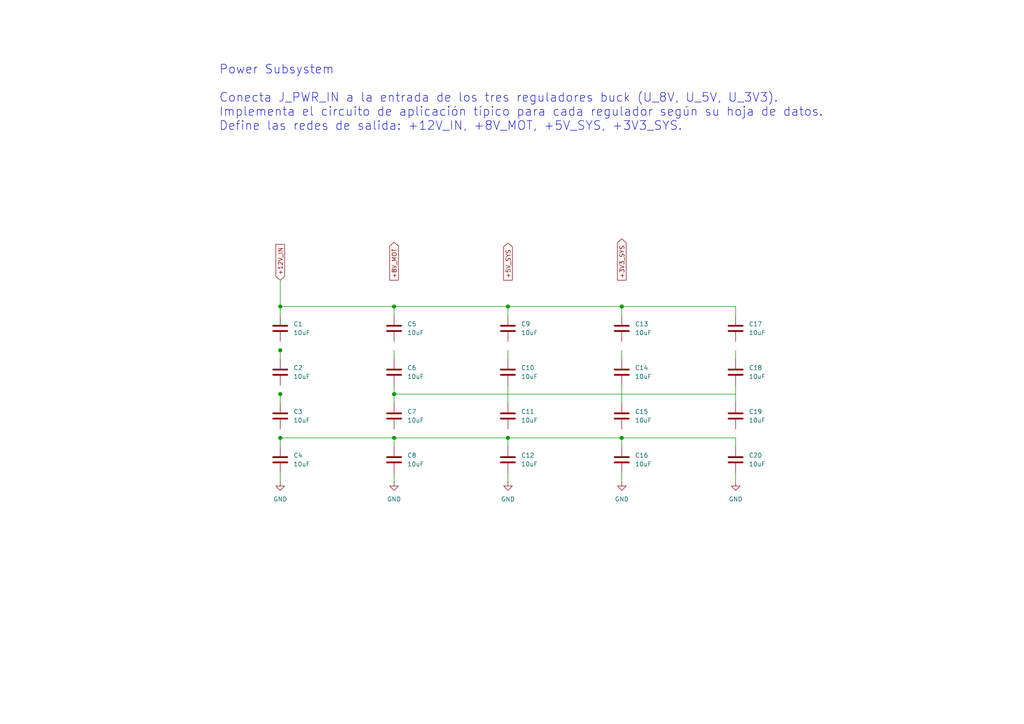
<source format=kicad_sch>
(kicad_sch (version 20230121) (generator eeschema)
  (paper "A4")
  (title_block (title "CM4 Robotics Controller - Power Subsystem") (date "2025-07-03") (rev "v1.0"))
  (lib_symbols
    (symbol "Device:C" (pin_numbers hide) (pin_names (offset 0.254))
      (property "Reference" "C" (at 0.635 2.54 0))
      (property "Value" "C" (at 0.635 -2.54 0))
      (symbol "C_0_1"
        (polyline (pts (xy -2.032 -0.762) (xy 2.032 -0.762)) (stroke (width 0.508)))
        (polyline (pts (xy -2.032 0.762) (xy 2.032 0.762)) (stroke (width 0.508)))
      )
      (symbol "C_1_1"
        (pin passive line (at 0 3.81 270) (length 2.794) (name "~") (number "1"))
        (pin passive line (at 0 -3.81 90) (length 2.794) (name "~") (number "2"))
      )
    )
    (symbol "Device:L" (pin_numbers hide) (pin_names (offset 1.016) hide)
      (property "Reference" "L" (at -1.27 0 90))
      (property "Value" "L" (at 1.905 0 90))
      (symbol "L_0_1"
        (arc (start 0 -2.54) (mid 0.635 -1.905) (end 0 -1.27))
        (arc (start 0 -1.27) (mid 0.635 -0.635) (end 0 0))
        (arc (start 0 0) (mid 0.635 0.635) (end 0 1.27))
        (arc (start 0 1.27) (mid 0.635 1.905) (end 0 2.54))
      )
      (symbol "L_1_1"
        (pin passive line (at 0 3.81 270) (length 1.27) (name "1") (number "1"))
        (pin passive line (at 0 -3.81 90) (length 1.27) (name "2") (number "2"))
      )
    )
    (symbol "Device:R" (pin_numbers hide) (pin_names (offset 0))
      (property "Reference" "R" (at 2.032 0 90))
      (property "Value" "R" (at 0 0 90))
      (symbol "R_0_1"
        (rectangle (start -1.016 -2.54) (end 1.016 2.54) (stroke (width 0.254)))
      )
      (symbol "R_1_1"
        (pin passive line (at 0 3.81 270) (length 1.27) (name "~") (number "1"))
        (pin passive line (at 0 -3.81 90) (length 1.27) (name "~") (number "2"))
      )
    )
    (symbol "Regulator_Switching:XL4015E1"
      (property "Reference" "U" (at -7.62 6.35 0))
      (property "Value" "XL4015E1" (at 3.81 6.35 0))
      (symbol "XL4015E1_0_1"
        (rectangle (start -7.62 5.08) (end 7.62 -5.08) (stroke (width 0.254)) (fill (type background)))
      )
      (symbol "XL4015E1_1_1"
        (pin input line (at -10.16 2.54 0) (length 2.54) (name "FB") (number "1"))
        (pin power_in line (at 0 -7.62 90) (length 2.54) (name "GND") (number "2"))
        (pin power_in line (at -10.16 0 0) (length 2.54) (name "VIN") (number "3"))
        (pin output line (at 10.16 0 180) (length 2.54) (name "SW") (number "4"))
        (pin input line (at -10.16 -2.54 0) (length 2.54) (name "VC") (number "5"))
      )
    )
    (symbol "Regulator_Switching:AP63357"
      (property "Reference" "U" (at -7.62 6.35 0))
      (property "Value" "AP63357" (at 3.81 6.35 0))
      (symbol "AP63357_0_1"
        (rectangle (start -7.62 5.08) (end 7.62 -5.08) (stroke (width 0.254)) (fill (type background)))
      )
      (symbol "AP63357_1_1"
        (pin input line (at -10.16 2.54 0) (length 2.54) (name "FB") (number "1"))
        (pin power_in line (at 0 -7.62 90) (length 2.54) (name "GND") (number "2"))
        (pin input line (at -10.16 0 0) (length 2.54) (name "EN") (number "3"))
        (pin power_in line (at -10.16 -2.54 0) (length 2.54) (name "VIN") (number "4"))
        (pin output line (at 10.16 -2.54 180) (length 2.54) (name "BST") (number "5"))
        (pin output line (at 10.16 0 180) (length 2.54) (name "SW") (number "6"))
      )
    )
    (symbol "Regulator_Switching:AP63203"
      (property "Reference" "U" (at -7.62 6.35 0))
      (property "Value" "AP63203" (at 3.81 6.35 0))
      (symbol "AP63203_0_1"
        (rectangle (start -7.62 5.08) (end 7.62 -5.08) (stroke (width 0.254)) (fill (type background)))
      )
      (symbol "AP63203_1_1"
        (pin power_in line (at -10.16 2.54 0) (length 2.54) (name "VIN") (number "1"))
        (pin power_in line (at 0 -7.62 90) (length 2.54) (name "GND") (number "2"))
        (pin input line (at -10.16 0 0) (length 2.54) (name "EN") (number "3"))
        (pin output line (at 10.16 -2.54 180) (length 2.54) (name "BST") (number "4"))
        (pin output line (at 10.16 0 180) (length 2.54) (name "SW") (number "5"))
        (pin output line (at 10.16 2.54 180) (length 2.54) (name "VOUT") (number "6"))
      )
    )
    (symbol "Connector:Barrel_Jack" (pin_names (offset 1.016))
      (property "Reference" "J" (at 0 5.08 0))
      (property "Value" "Barrel_Jack" (at 0 -5.08 0))
      (symbol "Barrel_Jack_0_1"
        (rectangle (start -5.08 3.81) (end 5.08 -3.81) (stroke (width 0.254)) (fill (type background)))
        (arc (start -3.302 3.175) (mid -3.9343 2.54) (end -3.302 1.905) (stroke (width 0.254)))
        (arc (start -3.302 3.175) (mid -3.9343 2.54) (end -3.302 1.905) (stroke (width 0.254)) (fill (type outline)))
        (polyline (pts (xy -3.81 -2.54) (xy -2.54 -2.54)) (stroke (width 0.254)))
        (polyline (pts (xy 0 -2.54) (xy 0 -1.27) (xy 3.81 -1.27) (xy 3.81 -2.54)) (stroke (width 0.254)))
        (polyline (pts (xy 0 0) (xy 0 -1.27)) (stroke (width 0.254)))
        (polyline (pts (xy -3.81 2.54) (xy -2.54 2.54) (xy -1.27 1.27) (xy 0 1.27) (xy 0 2.54) (xy 2.54 2.54) (xy 3.81 1.27) (xy 3.81 -1.27)) (stroke (width 0.254)))
        (rectangle (start 3.683 -2.54) (end 3.937 -1.27) (fill (type outline)))
      )
      (symbol "Barrel_Jack_1_1"
        (pin passive line (at 7.62 2.54 180) (length 2.54) (name "~") (number "1"))
        (pin passive line (at 7.62 -2.54 180) (length 2.54) (name "~") (number "2"))
        (pin passive line (at 7.62 0 180) (length 2.54) (name "~") (number "3"))
      )
    )
    (symbol "power:GND" (power) (pin_names (offset 0))
      (property "Value" "GND" (at 0 -3.81 0))
      (symbol "GND_0_1"
        (polyline (pts (xy 0 0) (xy 0 -1.27) (xy 1.27 -1.27) (xy 0 -2.54) (xy -1.27 -1.27) (xy 0 -1.27)))
      )
      (symbol "GND_1_1"
        (pin power_in line (at 0 0 270) (length 0) hide (name "GND") (number "1"))
      )
    )
  )
  (junction (at 81.28 88.9) (diameter 1.016))
  (junction (at 81.28 101.6) (diameter 1.016))
  (junction (at 81.28 114.3) (diameter 1.016))
  (junction (at 81.28 127) (diameter 1.016))
  (junction (at 114.3 88.9) (diameter 1.016))
  (junction (at 114.3 114.3) (diameter 1.016))
  (junction (at 114.3 127) (diameter 1.016))
  (junction (at 147.32 88.9) (diameter 1.016))
  (junction (at 147.32 127) (diameter 1.016))
  (junction (at 180.34 88.9) (diameter 1.016))
  (junction (at 180.34 127) (diameter 1.016))
  (wire (pts (xy 81.28 88.9) (xy 81.28 91.44)))
  (wire (pts (xy 81.28 101.6) (xy 81.28 104.14)))
  (wire (pts (xy 81.28 114.3) (xy 81.28 116.84)))
  (wire (pts (xy 81.28 127) (xy 81.28 129.54)))
  (wire (pts (xy 81.28 137.16) (xy 81.28 139.7)))
  (wire (pts (xy 81.28 88.9) (xy 114.3 88.9)))
  (wire (pts (xy 81.28 127) (xy 114.3 127)))
  (wire (pts (xy 114.3 88.9) (xy 114.3 91.44)))
  (wire (pts (xy 114.3 114.3) (xy 114.3 116.84)))
  (wire (pts (xy 114.3 127) (xy 114.3 129.54)))
  (wire (pts (xy 114.3 137.16) (xy 114.3 139.7)))
  (wire (pts (xy 114.3 88.9) (xy 147.32 88.9)))
  (wire (pts (xy 114.3 127) (xy 147.32 127)))
  (wire (pts (xy 147.32 88.9) (xy 147.32 91.44)))
  (wire (pts (xy 147.32 114.3) (xy 147.32 116.84)))
  (wire (pts (xy 147.32 127) (xy 147.32 129.54)))
  (wire (pts (xy 147.32 137.16) (xy 147.32 139.7)))
  (wire (pts (xy 147.32 88.9) (xy 180.34 88.9)))
  (wire (pts (xy 147.32 127) (xy 180.34 127)))
  (wire (pts (xy 180.34 88.9) (xy 180.34 91.44)))
  (wire (pts (xy 180.34 114.3) (xy 180.34 116.84)))
  (wire (pts (xy 180.34 127) (xy 180.34 129.54)))
  (wire (pts (xy 180.34 137.16) (xy 180.34 139.7)))
  (wire (pts (xy 180.34 88.9) (xy 213.36 88.9)))
  (wire (pts (xy 180.34 127) (xy 213.36 127)))
  (wire (pts (xy 213.36 88.9) (xy 213.36 91.44)))
  (wire (pts (xy 213.36 114.3) (xy 213.36 116.84)))
  (wire (pts (xy 213.36 127) (xy 213.36 129.54)))
  (wire (pts (xy 213.36 137.16) (xy 213.36 139.7)))
  (wire (pts (xy 114.3 101.6) (xy 114.3 104.14)))
  (wire (pts (xy 114.3 114.3) (xy 114.3 111.76)))
  (wire (pts (xy 147.32 101.6) (xy 147.32 104.14)))
  (wire (pts (xy 147.32 114.3) (xy 147.32 111.76)))
  (wire (pts (xy 180.34 101.6) (xy 180.34 104.14)))
  (wire (pts (xy 180.34 114.3) (xy 180.34 111.76)))
  (wire (pts (xy 213.36 101.6) (xy 213.36 104.14)))
  (wire (pts (xy 213.36 114.3) (xy 213.36 111.76)))
  (wire (pts (xy 81.28 81.28) (xy 81.28 88.9)))
  (wire (pts (xy 114.3 114.3) (xy 147.32 114.3)))
  (wire (pts (xy 147.32 114.3) (xy 180.34 114.3)))
  (wire (pts (xy 180.34 114.3) (xy 213.36 114.3)))
  (text "Power Subsystem\n\nConecta J_PWR_IN a la entrada de los tres reguladores buck (U_8V, U_5V, U_3V3).\nImplementa el circuito de aplicación típico para cada regulador según su hoja de datos.\nDefine las redes de salida: +12V_IN, +8V_MOT, +5V_SYS, +3V3_SYS." (at 63.5 38.1 0) (effects (font (size 2.54 2.54)) (justify left bottom)))
  (global_label "+12V_IN" (shape input) (at 81.28 81.28 90) (property "Intersheetrefs" "${INTERSHEET_REFS}" (effects hide)))
  (global_label "+8V_MOT" (shape output) (at 114.3 81.28 90) (property "Intersheetrefs" "${INTERSHEET_REFS}" (effects hide)))
  (global_label "+5V_SYS" (shape output) (at 147.32 81.28 90) (property "Intersheetrefs" "${INTERSHEET_REFS}" (effects hide)))
  (global_label "+3V3_SYS" (shape output) (at 180.34 81.28 90) (property "Intersheetrefs" "${INTERSHEET_REFS}" (effects hide)))
  (symbol (lib_id "Device:C") (at 81.28 95.25 0) (unit 1)
    (property "Reference" "C1" (at 85.09 93.9799 0) (effects (justify left)))
    (property "Value" "10uF" (at 85.09 96.5199 0) (effects (justify left)))
    (property "Footprint" "Capacitor_SMD:C_0805_2012Metric" (effects hide))
  )
  (symbol (lib_id "Device:C") (at 81.28 107.95 0) (unit 1)
    (property "Reference" "C2" (at 85.09 106.6799 0) (effects (justify left)))
    (property "Value" "10uF" (at 85.09 109.2199 0) (effects (justify left)))
    (property "Footprint" "Capacitor_SMD:C_0805_2012Metric" (effects hide))
  )
  (symbol (lib_id "Device:C") (at 81.28 120.65 0) (unit 1)
    (property "Reference" "C3" (at 85.09 119.3799 0) (effects (justify left)))
    (property "Value" "10uF" (at 85.09 121.9199 0) (effects (justify left)))
    (property "Footprint" "Capacitor_SMD:C_0805_2012Metric" (effects hide))
  )
  (symbol (lib_id "Device:C") (at 81.28 133.35 0) (unit 1)
    (property "Reference" "C4" (at 85.09 132.0799 0) (effects (justify left)))
    (property "Value" "10uF" (at 85.09 134.6199 0) (effects (justify left)))
    (property "Footprint" "Capacitor_SMD:C_0805_2012Metric" (effects hide))
  )
  (symbol (lib_id "Device:C") (at 114.3 95.25 0) (unit 1)
    (property "Reference" "C5" (at 118.11 93.9799 0) (effects (justify left)))
    (property "Value" "10uF" (at 118.11 96.5199 0) (effects (justify left)))
    (property "Footprint" "Capacitor_SMD:C_0805_2012Metric" (effects hide))
  )
  (symbol (lib_id "Device:C") (at 114.3 107.95 0) (unit 1)
    (property "Reference" "C6" (at 118.11 106.6799 0) (effects (justify left)))
    (property "Value" "10uF" (at 118.11 109.2199 0) (effects (justify left)))
    (property "Footprint" "Capacitor_SMD:C_0805_2012Metric" (effects hide))
  )
  (symbol (lib_id "Device:C") (at 114.3 120.65 0) (unit 1)
    (property "Reference" "C7" (at 118.11 119.3799 0) (effects (justify left)))
    (property "Value" "10uF" (at 118.11 121.9199 0) (effects (justify left)))
    (property "Footprint" "Capacitor_SMD:C_0805_2012Metric" (effects hide))
  )
  (symbol (lib_id "Device:C") (at 114.3 133.35 0) (unit 1)
    (property "Reference" "C8" (at 118.11 132.0799 0) (effects (justify left)))
    (property "Value" "10uF" (at 118.11 134.6199 0) (effects (justify left)))
    (property "Footprint" "Capacitor_SMD:C_0805_2012Metric" (effects hide))
  )
  (symbol (lib_id "Device:C") (at 147.32 95.25 0) (unit 1)
    (property "Reference" "C9" (at 151.13 93.9799 0) (effects (justify left)))
    (property "Value" "10uF" (at 151.13 96.5199 0) (effects (justify left)))
    (property "Footprint" "Capacitor_SMD:C_0805_2012Metric" (effects hide))
  )
  (symbol (lib_id "Device:C") (at 147.32 107.95 0) (unit 1)
    (property "Reference" "C10" (at 151.13 106.6799 0) (effects (justify left)))
    (property "Value" "10uF" (at 151.13 109.2199 0) (effects (justify left)))
    (property "Footprint" "Capacitor_SMD:C_0805_2012Metric" (effects hide))
  )
  (symbol (lib_id "Device:C") (at 147.32 120.65 0) (unit 1)
    (property "Reference" "C11" (at 151.13 119.3799 0) (effects (justify left)))
    (property "Value" "10uF" (at 151.13 121.9199 0) (effects (justify left)))
    (property "Footprint" "Capacitor_SMD:C_0805_2012Metric" (effects hide))
  )
  (symbol (lib_id "Device:C") (at 147.32 133.35 0) (unit 1)
    (property "Reference" "C12" (at 151.13 132.0799 0) (effects (justify left)))
    (property "Value" "10uF" (at 151.13 134.6199 0) (effects (justify left)))
    (property "Footprint" "Capacitor_SMD:C_0805_2012Metric" (effects hide))
  )
  (symbol (lib_id "Device:C") (at 180.34 95.25 0) (unit 1)
    (property "Reference" "C13" (at 184.15 93.9799 0) (effects (justify left)))
    (property "Value" "10uF" (at 184.15 96.5199 0) (effects (justify left)))
    (property "Footprint" "Capacitor_SMD:C_0805_2012Metric" (effects hide))
  )
  (symbol (lib_id "Device:C") (at 180.34 107.95 0) (unit 1)
    (property "Reference" "C14" (at 184.15 106.6799 0) (effects (justify left)))
    (property "Value" "10uF" (at 184.15 109.2199 0) (effects (justify left)))
    (property "Footprint" "Capacitor_SMD:C_0805_2012Metric" (effects hide))
  )
  (symbol (lib_id "Device:C") (at 180.34 120.65 0) (unit 1)
    (property "Reference" "C15" (at 184.15 119.3799 0) (effects (justify left)))
    (property "Value" "10uF" (at 184.15 121.9199 0) (effects (justify left)))
    (property "Footprint" "Capacitor_SMD:C_0805_2012Metric" (effects hide))
  )
  (symbol (lib_id "Device:C") (at 180.34 133.35 0) (unit 1)
    (property "Reference" "C16" (at 184.15 132.0799 0) (effects (justify left)))
    (property "Value" "10uF" (at 184.15 134.6199 0) (effects (justify left)))
    (property "Footprint" "Capacitor_SMD:C_0805_2012Metric" (effects hide))
  )
  (symbol (lib_id "Device:C") (at 213.36 95.25 0) (unit 1)
    (property "Reference" "C17" (at 217.17 93.9799 0) (effects (justify left)))
    (property "Value" "10uF" (at 217.17 96.5199 0) (effects (justify left)))
    (property "Footprint" "Capacitor_SMD:C_0805_2012Metric" (effects hide))
  )
  (symbol (lib_id "Device:C") (at 213.36 107.95 0) (unit 1)
    (property "Reference" "C18" (at 217.17 106.6799 0) (effects (justify left)))
    (property "Value" "10uF" (at 217.17 109.2199 0) (effects (justify left)))
    (property "Footprint" "Capacitor_SMD:C_0805_2012Metric" (effects hide))
  )
  (symbol (lib_id "Device:C") (at 213.36 120.65 0) (unit 1)
    (property "Reference" "C19" (at 217.17 119.3799 0) (effects (justify left)))
    (property "Value" "10uF" (at 217.17 121.9199 0) (effects (justify left)))
    (property "Footprint" "Capacitor_SMD:C_0805_2012Metric" (effects hide))
  )
  (symbol (lib_id "Device:C") (at 213.36 133.35 0) (unit 1)
    (property "Reference" "C20" (at 217.17 132.0799 0) (effects (justify left)))
    (property "Value" "10uF" (at 217.17 134.6199 0) (effects (justify left)))
    (property "Footprint" "Capacitor_SMD:C_0805_2012Metric" (effects hide))
  )
  (symbol (lib_id "power:GND") (at 81.28 139.7 0) (unit 1)
    (property "Reference" "#PWR01" (effects hide))
    (property "Value" "GND" (at 81.28 144.78 0))
  )
  (symbol (lib_id "power:GND") (at 114.3 139.7 0) (unit 1)
    (property "Reference" "#PWR02" (effects hide))
    (property "Value" "GND" (at 114.3 144.78 0))
  )
  (symbol (lib_id "power:GND") (at 147.32 139.7 0) (unit 1)
    (property "Reference" "#PWR03" (effects hide))
    (property "Value" "GND" (at 147.32 144.78 0))
  )
  (symbol (lib_id "power:GND") (at 180.34 139.7 0) (unit 1)
    (property "Reference" "#PWR04" (effects hide))
    (property "Value" "GND" (at 180.34 144.78 0))
  )
  (symbol (lib_id "power:GND") (at 213.36 139.7 0) (unit 1)
    (property "Reference" "#PWR05" (effects hide))
    (property "Value" "GND" (at 213.36 144.78 0))
  )
)
</source>
